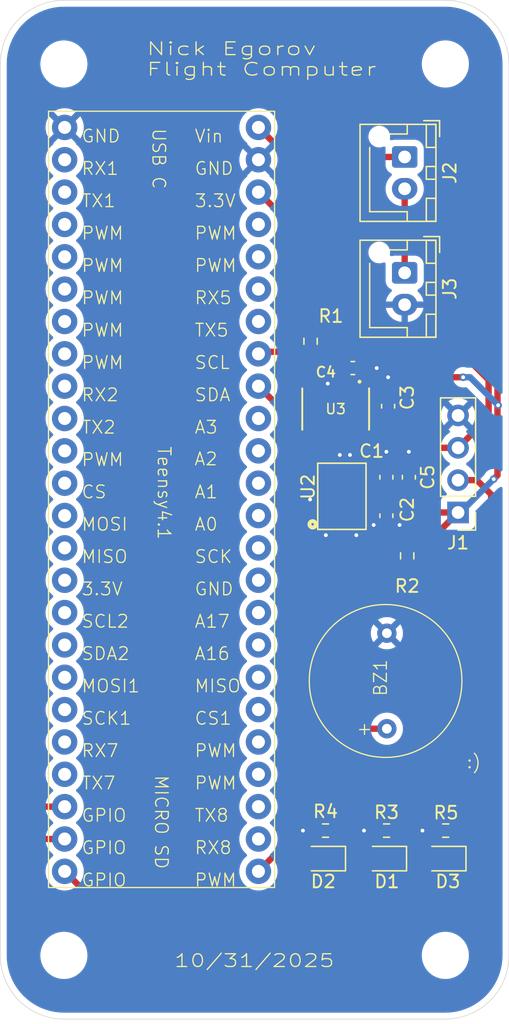
<source format=kicad_pcb>
(kicad_pcb (version 20241229) (generator "pcbnew") (generator_version "9.0")
  (layers (0 "F.Cu" signal) (2 "B.Cu" signal) (13 "F.Paste" user) (15 "B.Paste" user) (5 "F.SilkS" user "F.Silkscreen") (7 "B.SilkS" user "B.Silkscreen") (1 "F.Mask" user) (3 "B.Mask" user) (25 "Edge.Cuts" user))
  (net 0 "")
  (net 1 "GND")
  (net 2 "Net-(BZ1-+)")
  (net 3 "+3.3V")
  (net 4 "Net-(U2-CAP)")
  (net 5 "Net-(U3-CAP)")
  (net 6 "Net-(D1-K)")
  (net 7 "Net-(D1-A)")
  (net 8 "Net-(D2-A)")
  (net 9 "Net-(D2-K)")
  (net 10 "Net-(D3-A)")
  (net 11 "Net-(D3-K)")
  (net 12 "SDA")
  (net 13 "SCL")
  (net 14 "Net-(J2-Pin_2)")
  (net 15 "Net-(J2-Pin_1)")
  (footprint "Capacitor_SMD:C_0603_1608Metric" (layer "F.Cu") (at 127.129581 102.450846 90)
    (property "Reference" "C5" (at 0.000846 1.482919 90) (layer "F.SilkS"))
    (property "Value" "100nF")
    (fp_line (start -0.14058 -0.51) (end 0.14058 -0.51) (stroke (width 0.12)) (layer "F.SilkS"))
    (fp_line (start -0.14058 0.51) (end 0.14058 0.51) (stroke (width 0.12)) (layer "F.SilkS"))
    (pad "1" smd roundrect (at -0.775 0 90) (size 0.9 0.95) (layers "F.Cu" "F.Mask" "F.Paste") (net 3 "+3.3V"))
    (pad "2" smd roundrect (at 0.775 0 90) (size 0.9 0.95) (layers "F.Cu" "F.Mask" "F.Paste") (net 1 "GND"))
  )
  (footprint "Resistor_SMD:R_0603_1608Metric" (layer "F.Cu") (at 130.025 130.2)
    (property "Reference" "R5" (at 0.025 -1.4 0) (layer "F.SilkS"))
    (property "Value" "560")
    (fp_line (start -0.237258 -0.5225) (end 0.237258 -0.5225) (stroke (width 0.12)) (layer "F.SilkS"))
    (fp_line (start -0.237258 0.5225) (end 0.237258 0.5225) (stroke (width 0.12)) (layer "F.SilkS"))
    (pad "1" smd roundrect (at -0.825 0) (size 0.8 0.95) (layers "F.Cu" "F.Mask" "F.Paste") (net 1 "GND"))
    (pad "2" smd roundrect (at 0.825 0) (size 0.8 0.95) (layers "F.Cu" "F.Mask" "F.Paste") (net 11 "Net-(D3-K)"))
  )
  (footprint "LED_SMD:LED_0805_2012Metric" (layer "F.Cu") (at 125.2625 132.4 180)
    (property "Reference" "D1" (at -0.1375 -1.8 0) (layer "F.SilkS"))
    (property "Value" "LED")
    (fp_line (start 1 -0.96) (end -1.685 -0.96) (stroke (width 0.12)) (layer "F.SilkS"))
    (fp_line (start -1.685 0.96) (end 1 0.96) (stroke (width 0.12)) (layer "F.SilkS"))
    (fp_line (start -1.685 -0.96) (end -1.685 0.96) (stroke (width 0.12)) (layer "F.SilkS"))
    (pad "1" smd roundrect (at -0.9375 0 180) (size 0.975 1.4) (layers "F.Cu" "F.Mask" "F.Paste") (net 6 "Net-(D1-K)"))
    (pad "2" smd roundrect (at 0.9375 0 180) (size 0.975 1.4) (layers "F.Cu" "F.Mask" "F.Paste") (net 7 "Net-(D1-A)"))
  )
  (footprint "avionics_footprint:LGA28R50P4X10_380X520X100" (layer "F.Cu") (at 121.8625 103.95 90)
    (property "Reference" "U2" (at 0.75 -2.6625 90) (layer "F.SilkS") (effects (font (size 1.001008 1.001008))))
    (property "Value" "9 Axis sensor")
    (fp_line (start 2.6 -1.9) (end -2.6 -1.9) (stroke (width 0.127)) (layer "F.SilkS"))
    (fp_line (start -2.6 -1.9) (end -2.6 1.9) (stroke (width 0.127)) (layer "F.SilkS"))
    (fp_line (start 2.6 1.9) (end 2.6 -1.9) (stroke (width 0.127)) (layer "F.SilkS"))
    (fp_line (start -2.6 1.9) (end 2.6 1.9) (stroke (width 0.127)) (layer "F.SilkS"))
    (fp_circle (center -2.2 -2.3) (end -2.1 -2.3) (stroke (width 0.3048)) (fill no) (layer "F.SilkS"))
    (pad "1" smd rect (at -2.25 -1.5625 90) (size 0.3 0.525) (layers "F.Cu" "F.Mask" "F.Paste"))
    (pad "2" smd rect (at -2.3125 -0.75 90) (size 0.425 0.3) (layers "F.Cu" "F.Mask" "F.Paste") (net 1 "GND"))
    (pad "3" smd rect (at -2.3125 -0.25 90) (size 0.425 0.3) (layers "F.Cu" "F.Mask" "F.Paste") (net 3 "+3.3V"))
    (pad "4" smd rect (at -2.3125 0.25 90) (size 0.425 0.3) (layers "F.Cu" "F.Mask" "F.Paste") (net 3 "+3.3V"))
    (pad "5" smd rect (at -2.3125 0.75 90) (size 0.425 0.3) (layers "F.Cu" "F.Mask" "F.Paste") (net 1 "GND"))
    (pad "6" smd rect (at -2.25 1.5625 90) (size 0.3 0.525) (layers "F.Cu" "F.Mask" "F.Paste") (net 1 "GND"))
    (pad "7" smd rect (at -1.75 1.5625 90) (size 0.3 0.525) (layers "F.Cu" "F.Mask" "F.Paste"))
    (pad "8" smd rect (at -1.25 1.5625 90) (size 0.3 0.525) (layers "F.Cu" "F.Mask" "F.Paste"))
    (pad "9" smd rect (at -0.75 1.5625 90) (size 0.3 0.525) (layers "F.Cu" "F.Mask" "F.Paste") (net 4 "Net-(U2-CAP)"))
    (pad "10" smd rect (at -0.25 1.5625 90) (size 0.3 0.525) (layers "F.Cu" "F.Mask" "F.Paste"))
    (pad "11" smd rect (at 0.25 1.5625 90) (size 0.3 0.525) (layers "F.Cu" "F.Mask" "F.Paste") (net 3 "+3.3V"))
    (pad "12" smd rect (at 0.75 1.5625 90) (size 0.3 0.525) (layers "F.Cu" "F.Mask" "F.Paste"))
    (pad "13" smd rect (at 1.25 1.5625 90) (size 0.3 0.525) (layers "F.Cu" "F.Mask" "F.Paste"))
    (pad "14" smd rect (at 1.75 1.5625 90) (size 0.3 0.525) (layers "F.Cu" "F.Mask" "F.Paste"))
    (pad "15" smd rect (at 2.25 1.5625 90) (size 0.3 0.525) (layers "F.Cu" "F.Mask" "F.Paste"))
    (pad "16" smd rect (at 2.3125 0.75 90) (size 0.425 0.3) (layers "F.Cu" "F.Mask" "F.Paste"))
    (pad "17" smd rect (at 2.3125 0.25 90) (size 0.425 0.3) (layers "F.Cu" "F.Mask" "F.Paste") (net 1 "GND"))
    (pad "18" smd rect (at 2.3125 -0.25 90) (size 0.425 0.3) (layers "F.Cu" "F.Mask" "F.Paste") (net 1 "GND"))
    (pad "19" smd rect (at 2.3125 -0.75 90) (size 0.425 0.3) (layers "F.Cu" "F.Mask" "F.Paste") (net 13 "SCL"))
    (pad "20" smd rect (at 2.25 -1.5625 90) (size 0.3 0.525) (layers "F.Cu" "F.Mask" "F.Paste") (net 12 "SDA"))
    (pad "21" smd rect (at 1.75 -1.5625 90) (size 0.3 0.525) (layers "F.Cu" "F.Mask" "F.Paste"))
    (pad "22" smd rect (at 1.25 -1.5625 90) (size 0.3 0.525) (layers "F.Cu" "F.Mask" "F.Paste"))
    (pad "23" smd rect (at 0.75 -1.5625 90) (size 0.3 0.525) (layers "F.Cu" "F.Mask" "F.Paste"))
    (pad "24" smd rect (at 0.25 -1.5625 90) (size 0.3 0.525) (layers "F.Cu" "F.Mask" "F.Paste"))
    (pad "25" smd rect (at -0.25 -1.5625 90) (size 0.3 0.525) (layers "F.Cu" "F.Mask" "F.Paste") (net 1 "GND"))
    (pad "26" smd rect (at -0.75 -1.5625 90) (size 0.3 0.525) (layers "F.Cu" "F.Mask" "F.Paste"))
    (pad "27" smd rect (at -1.25 -1.5625 90) (size 0.3 0.525) (layers "F.Cu" "F.Mask" "F.Paste"))
    (pad "28" smd rect (at -1.75 -1.5625 90) (size 0.3 0.525) (layers "F.Cu" "F.Mask" "F.Paste") (net 3 "+3.3V"))
  )
  (footprint "Connector_PinHeader_2.54mm:PinHeader_1x04_P2.54mm_Vertical" (layer "F.Cu") (at 131 105.22 180)
    (property "Reference" "J1" (at 0 -2.38 0) (layer "F.SilkS"))
    (property "Value" "I2C")
    (fp_line (start 1.38 1.27) (end 1.38 9) (stroke (width 0.12)) (layer "F.SilkS"))
    (fp_line (start -1.38 9) (end 1.38 9) (stroke (width 0.12)) (layer "F.SilkS"))
    (fp_line (start -1.38 1.27) (end 1.38 1.27) (stroke (width 0.12)) (layer "F.SilkS"))
    (fp_line (start -1.38 1.27) (end -1.38 9) (stroke (width 0.12)) (layer "F.SilkS"))
    (fp_line (start -1.38 0) (end -1.38 -1.38) (stroke (width 0.12)) (layer "F.SilkS"))
    (fp_line (start -1.38 -1.38) (end 0 -1.38) (stroke (width 0.12)) (layer "F.SilkS"))
    (pad "1" thru_hole rect (at 0 0 180) (size 1.7 1.7) (drill 1) (layers "*.Cu" "*.Mask") (net 3 "+3.3V"))
    (pad "2" thru_hole circle (at 0 2.54 180) (size 1.7 1.7) (drill 1) (layers "*.Cu" "*.Mask") (net 12 "SDA"))
    (pad "3" thru_hole circle (at 0 5.08 180) (size 1.7 1.7) (drill 1) (layers "*.Cu" "*.Mask") (net 13 "SCL"))
    (pad "4" thru_hole circle (at 0 7.62 180) (size 1.7 1.7) (drill 1) (layers "*.Cu" "*.Mask") (net 1 "GND"))
  )
  (footprint "LED_SMD:LED_0805_2012Metric" (layer "F.Cu") (at 120.4625 132.4 180)
    (property "Reference" "D2" (at 0.0625 -1.8 0) (layer "F.SilkS"))
    (property "Value" "LED")
    (fp_line (start 1 -0.96) (end -1.685 -0.96) (stroke (width 0.12)) (layer "F.SilkS"))
    (fp_line (start -1.685 0.96) (end 1 0.96) (stroke (width 0.12)) (layer "F.SilkS"))
    (fp_line (start -1.685 -0.96) (end -1.685 0.96) (stroke (width 0.12)) (layer "F.SilkS"))
    (pad "1" smd roundrect (at -0.9375 0 180) (size 0.975 1.4) (layers "F.Cu" "F.Mask" "F.Paste") (net 9 "Net-(D2-K)"))
    (pad "2" smd roundrect (at 0.9375 0 180) (size 0.975 1.4) (layers "F.Cu" "F.Mask" "F.Paste") (net 8 "Net-(D2-A)"))
  )
  (footprint "LED_SMD:LED_0805_2012Metric" (layer "F.Cu") (at 129.9375 132.4 180)
    (property "Reference" "D3" (at -0.2625 -1.8 0) (layer "F.SilkS"))
    (property "Value" "LED")
    (fp_line (start 1 -0.96) (end -1.685 -0.96) (stroke (width 0.12)) (layer "F.SilkS"))
    (fp_line (start -1.685 0.96) (end 1 0.96) (stroke (width 0.12)) (layer "F.SilkS"))
    (fp_line (start -1.685 -0.96) (end -1.685 0.96) (stroke (width 0.12)) (layer "F.SilkS"))
    (pad "1" smd roundrect (at -0.9375 0 180) (size 0.975 1.4) (layers "F.Cu" "F.Mask" "F.Paste") (net 11 "Net-(D3-K)"))
    (pad "2" smd roundrect (at 0.9375 0 180) (size 0.975 1.4) (layers "F.Cu" "F.Mask" "F.Paste") (net 10 "Net-(D3-A)"))
  )
  (footprint "avionics_footprint:LGA8_FRE" (layer "F.Cu") (at 121.375 97.0967 -90)
    (property "Reference" "U3" (at 0 0 0) (layer "F.SilkS") (effects (font (size 0.8 0.8) (thickness 0.125))))
    (property "Value" "MPL115A2T1")
    (fp_line (start -1.6256 2.6289) (end 1.6256 2.6289) (stroke (width 0.1524)) (layer "F.SilkS"))
    (fp_line (start 1.6256 -2.6289) (end -1.6256 -2.6289) (stroke (width 0.1524)) (layer "F.SilkS"))
    (fp_circle (center -2.149 -1.875) (end -2.0728 -1.875) (stroke (width 0.1524)) (fill no) (layer "F.SilkS"))
    (pad "1" smd rect (at -1.0033 -1.875 270) (size 0.8382 0.5588) (layers "F.Cu" "F.Mask" "F.Paste") (net 3 "+3.3V"))
    (pad "2" smd rect (at -1.0033 -0.625 270) (size 0.8382 0.5588) (layers "F.Cu" "F.Mask" "F.Paste") (net 5 "Net-(U3-CAP)"))
    (pad "3" smd rect (at -1.0033 0.625 270) (size 0.8382 0.5588) (layers "F.Cu" "F.Mask" "F.Paste") (net 1 "GND"))
    (pad "4" smd rect (at -1.0033 1.875 270) (size 0.8382 0.5588) (layers "F.Cu" "F.Mask" "F.Paste"))
    (pad "5" smd rect (at 1.0033 1.875 270) (size 0.8382 0.5588) (layers "F.Cu" "F.Mask" "F.Paste"))
    (pad "6" smd rect (at 1.0033 0.625 270) (size 0.8382 0.5588) (layers "F.Cu" "F.Mask" "F.Paste"))
    (pad "7" smd rect (at 1.0033 -0.625 270) (size 0.8382 0.5588) (layers "F.Cu" "F.Mask" "F.Paste") (net 12 "SDA"))
    (pad "8" smd rect (at 1.0033 -1.875 270) (size 0.8382 0.5588) (layers "F.Cu" "F.Mask" "F.Paste") (net 13 "SCL"))
  )
  (footprint "Resistor_SMD:R_0603_1608Metric" (layer "F.Cu") (at 119.4 91.775 -90)
    (property "Reference" "R1" (at -1.975 -1.6 180) (layer "F.SilkS"))
    (property "Value" "10k")
    (fp_line (start -0.237258 0.5225) (end 0.237258 0.5225) (stroke (width 0.12)) (layer "F.SilkS"))
    (fp_line (start -0.237258 -0.5225) (end 0.237258 -0.5225) (stroke (width 0.12)) (layer "F.SilkS"))
    (pad "1" smd roundrect (at -0.825 0 270) (size 0.8 0.95) (layers "F.Cu" "F.Mask" "F.Paste") (net 3 "+3.3V"))
    (pad "2" smd roundrect (at 0.825 0 270) (size 0.8 0.95) (layers "F.Cu" "F.Mask" "F.Paste") (net 13 "SCL"))
  )
  (footprint "MountingHole:MountingHole_3.2mm_M3" (layer "F.Cu") (at 130 140)
    (property "Reference" "H3" (hide yes))
    (property "Value" "MountingHole")
    (pad "" np_thru_hole circle (at 0 0) (size 3.2 3.2) (drill 3.2) (layers "*.Cu" "*.Mask"))
  )
  (footprint "Connector_JST:JST_XH_B2B-XH-AM_1x02_P2.50mm_Vertical" (layer "F.Cu") (at 126.8 77.3 -90)
    (property "Reference" "J2" (at 1.25 -3.55 90) (layer "F.SilkS"))
    (property "Value" "Conn")
    (fp_line (start -2.56 3.51) (end 5.06 3.51) (stroke (width 0.12)) (layer "F.SilkS"))
    (fp_line (start 5.06 3.51) (end 5.06 -2.46) (stroke (width 0.12)) (layer "F.SilkS"))
    (fp_line (start 1.25 2.75) (end -0.74 2.75) (stroke (width 0.12)) (layer "F.SilkS"))
    (fp_line (start 4.3 2.75) (end 1.25 2.75) (stroke (width 0.12)) (layer "F.SilkS"))
    (fp_line (start -2.55 -0.2) (end -1.8 -0.2) (stroke (width 0.12)) (layer "F.SilkS"))
    (fp_line (start -1.8 -0.2) (end -1.8 1.14) (stroke (width 0.12)) (layer "F.SilkS"))
    (fp_line (start 4.3 -0.2) (end 4.3 2.75) (stroke (width 0.12)) (layer "F.SilkS"))
    (fp_line (start 5.05 -0.2) (end 4.3 -0.2) (stroke (width 0.12)) (layer "F.SilkS"))
    (fp_line (start -2.55 -1.7) (end -0.75 -1.7) (stroke (width 0.12)) (layer "F.SilkS"))
    (fp_line (start -0.75 -1.7) (end -0.75 -2.45) (stroke (width 0.12)) (layer "F.SilkS"))
    (fp_line (start 0.75 -1.7) (end 1.75 -1.7) (stroke (width 0.12)) (layer "F.SilkS"))
    (fp_line (start 1.75 -1.7) (end 1.75 -2.45) (stroke (width 0.12)) (layer "F.SilkS"))
    (fp_line (start 3.25 -1.7) (end 5.05 -1.7) (stroke (width 0.12)) (layer "F.SilkS"))
    (fp_line (start 5.05 -1.7) (end 5.05 -2.45) (stroke (width 0.12)) (layer "F.SilkS"))
    (fp_line (start -2.55 -2.45) (end -2.55 -1.7) (stroke (width 0.12)) (layer "F.SilkS"))
    (fp_line (start -0.75 -2.45) (end -2.55 -2.45) (stroke (width 0.12)) (layer "F.SilkS"))
    (fp_line (start 0.75 -2.45) (end 0.75 -1.7) (stroke (width 0.12)) (layer "F.SilkS"))
    (fp_line (start 1.75 -2.45) (end 0.75 -2.45) (stroke (width 0.12)) (layer "F.SilkS"))
    (fp_line (start 3.25 -2.45) (end 3.25 -1.7) (stroke (width 0.12)) (layer "F.SilkS"))
    (fp_line (start 5.05 -2.45) (end 3.25 -2.45) (stroke (width 0.12)) (layer "F.SilkS"))
    (fp_line (start -2.56 -2.46) (end -2.56 3.51) (stroke (width 0.12)) (layer "F.SilkS"))
    (fp_line (start 5.06 -2.46) (end -2.56 -2.46) (stroke (width 0.12)) (layer "F.SilkS"))
    (fp_line (start -2.85 -2.75) (end -2.85 -1.5) (stroke (width 0.12)) (layer "F.SilkS"))
    (fp_line (start -1.6 -2.75) (end -2.85 -2.75) (stroke (width 0.12)) (layer "F.SilkS"))
    (pad "" np_thru_hole circle (at -1.6 2 270) (size 1.2 1.2) (drill 1.2) (layers "*.Cu" "*.Mask"))
    (pad "1" thru_hole roundrect (at 0 0 270) (size 1.7 2) (drill 1) (layers "*.Cu" "*.Mask") (roundrect_rratio 0.147059) (net 15 "Net-(J2-Pin_1)"))
    (pad "2" thru_hole oval (at 2.5 0 270) (size 1.7 2) (drill 1) (layers "*.Cu" "*.Mask") (net 14 "Net-(J2-Pin_2)"))
  )
  (footprint "Connector_JST:JST_XH_B2B-XH-AM_1x02_P2.50mm_Vertical" (layer "F.Cu") (at 126.8 86.4 -90)
    (property "Reference" "J3" (at 1.25 -3.55 90) (layer "F.SilkS"))
    (property "Value" "Conn")
    (fp_line (start -2.56 3.51) (end 5.06 3.51) (stroke (width 0.12)) (layer "F.SilkS"))
    (fp_line (start 5.06 3.51) (end 5.06 -2.46) (stroke (width 0.12)) (layer "F.SilkS"))
    (fp_line (start 1.25 2.75) (end -0.74 2.75) (stroke (width 0.12)) (layer "F.SilkS"))
    (fp_line (start 4.3 2.75) (end 1.25 2.75) (stroke (width 0.12)) (layer "F.SilkS"))
    (fp_line (start -2.55 -0.2) (end -1.8 -0.2) (stroke (width 0.12)) (layer "F.SilkS"))
    (fp_line (start -1.8 -0.2) (end -1.8 1.14) (stroke (width 0.12)) (layer "F.SilkS"))
    (fp_line (start 4.3 -0.2) (end 4.3 2.75) (stroke (width 0.12)) (layer "F.SilkS"))
    (fp_line (start 5.05 -0.2) (end 4.3 -0.2) (stroke (width 0.12)) (layer "F.SilkS"))
    (fp_line (start -2.55 -1.7) (end -0.75 -1.7) (stroke (width 0.12)) (layer "F.SilkS"))
    (fp_line (start -0.75 -1.7) (end -0.75 -2.45) (stroke (width 0.12)) (layer "F.SilkS"))
    (fp_line (start 0.75 -1.7) (end 1.75 -1.7) (stroke (width 0.12)) (layer "F.SilkS"))
    (fp_line (start 1.75 -1.7) (end 1.75 -2.45) (stroke (width 0.12)) (layer "F.SilkS"))
    (fp_line (start 3.25 -1.7) (end 5.05 -1.7) (stroke (width 0.12)) (layer "F.SilkS"))
    (fp_line (start 5.05 -1.7) (end 5.05 -2.45) (stroke (width 0.12)) (layer "F.SilkS"))
    (fp_line (start -2.55 -2.45) (end -2.55 -1.7) (stroke (width 0.12)) (layer "F.SilkS"))
    (fp_line (start -0.75 -2.45) (end -2.55 -2.45) (stroke (width 0.12)) (layer "F.SilkS"))
    (fp_line (start 0.75 -2.45) (end 0.75 -1.7) (stroke (width 0.12)) (layer "F.SilkS"))
    (fp_line (start 1.75 -2.45) (end 0.75 -2.45) (stroke (width 0.12)) (layer "F.SilkS"))
    (fp_line (start 3.25 -2.45) (end 3.25 -1.7) (stroke (width 0.12)) (layer "F.SilkS"))
    (fp_line (start 5.05 -2.45) (end 3.25 -2.45) (stroke (width 0.12)) (layer "F.SilkS"))
    (fp_line (start -2.56 -2.46) (end -2.56 3.51) (stroke (width 0.12)) (layer "F.SilkS"))
    (fp_line (start 5.06 -2.46) (end -2.56 -2.46) (stroke (width 0.12)) (layer "F.SilkS"))
    (fp_line (start -2.85 -2.75) (end -2.85 -1.5) (stroke (width 0.12)) (layer "F.SilkS"))
    (fp_line (start -1.6 -2.75) (end -2.85 -2.75) (stroke (width 0.12)) (layer "F.SilkS"))
    (pad "" np_thru_hole circle (at -1.6 2 270) (size 1.2 1.2) (drill 1.2) (layers "*.Cu" "*.Mask"))
    (pad "1" thru_hole roundrect (at 0 0 270) (size 1.7 2) (drill 1) (layers "*.Cu" "*.Mask") (roundrect_rratio 0.147059) (net 14 "Net-(J2-Pin_2)"))
    (pad "2" thru_hole oval (at 2.5 0 270) (size 1.7 2) (drill 1) (layers "*.Cu" "*.Mask") (net 1 "GND"))
  )
  (footprint "avionics_footprint:Adafruit_Buzzer" (layer "F.Cu") (at 125.4 118.2 90)
    (property "Reference" "BZ1" (at 0 -0.5 90) (layer "F.SilkS") (effects (font (thickness 0.1))))
    (property "Value" "Buzzer")
    (fp_circle (center -0.25 -0.1) (end 5.75 -0.25) (stroke (width 0.1)) (fill no) (layer "F.SilkS"))
    (fp_text user "+" (at -4.75 -1.25 90) (layer "F.SilkS") (effects (font (thickness 0.1)) (justify left bottom)))
    (pad "1" thru_hole circle (at -4 0 90) (size 1.524 1.524) (drill 0.762) (layers "*.Cu" "*.Mask") (net 2 "Net-(BZ1-+)"))
    (pad "2" thru_hole circle (at 3.5 0 90) (size 1.524 1.524) (drill 0.762) (layers "*.Cu" "*.Mask") (net 1 "GND"))
  )
  (footprint "Capacitor_SMD:C_0603_1608Metric" (layer "F.Cu") (at 125.5 96.875 -90)
    (property "Reference" "C3" (at -0.675 -1.5 90) (layer "F.SilkS"))
    (property "Value" "1uF")
    (fp_line (start -0.14058 0.51) (end 0.14058 0.51) (stroke (width 0.12)) (layer "F.SilkS"))
    (fp_line (start -0.14058 -0.51) (end 0.14058 -0.51) (stroke (width 0.12)) (layer "F.SilkS"))
    (pad "1" smd roundrect (at -0.775 0 270) (size 0.9 0.95) (layers "F.Cu" "F.Mask" "F.Paste") (net 1 "GND"))
    (pad "2" smd roundrect (at 0.775 0 270) (size 0.9 0.95) (layers "F.Cu" "F.Mask" "F.Paste") (net 3 "+3.3V"))
  )
  (footprint "avionics_footprint:teensy" (layer "F.Cu") (at 107.68 104.19)
    (property "Reference" "Teensy4.1" (at 0.2 -0.5 270) (layer "F.SilkS") (effects (font (thickness 0.1))))
    (property "Value" "~")
    (fp_line (start -8.89 -1.27) (end -8.89 -30.48) (stroke (width 0.1)) (layer "F.SilkS"))
    (fp_line (start -8.89 -1.27) (end -8.89 0) (stroke (width 0.1)) (layer "F.SilkS"))
    (fp_line (start -8.89 0) (end -8.89 30.48) (stroke (width 0.1)) (layer "F.SilkS"))
    (fp_line (start -8.89 30.48) (end 8.89 30.48) (stroke (width 0.1)) (layer "F.SilkS"))
    (fp_line (start 8.89 -30.48) (end -8.89 -30.48) (stroke (width 0.1)) (layer "F.SilkS"))
    (fp_line (start 8.89 -30.48) (end 8.89 -2.54) (stroke (width 0.1)) (layer "F.SilkS"))
    (fp_line (start 8.89 30.48) (end 8.89 -2.54) (stroke (width 0.1)) (layer "F.SilkS"))
    (fp_text user "3.3V" (at -6.35 7.62 0) (layer "F.SilkS") (effects (font (thickness 0.1)) (justify left bottom)))
    (fp_text user "PWM" (at 2.54 -20.32 0) (layer "F.SilkS") (effects (font (thickness 0.1)) (justify left bottom)))
    (fp_text user "MISO" (at 2.54 15.24 0) (layer "F.SilkS") (effects (font (thickness 0.1)) (justify left bottom)))
    (fp_text user "PWM" (at 2.54 20.32 0) (layer "F.SilkS") (effects (font (thickness 0.1)) (justify left bottom)))
    (fp_text user "SCK1" (at -6.35 17.78 0) (layer "F.SilkS") (effects (font (thickness 0.1)) (justify left bottom)))
    (fp_text user "PWM" (at 2.54 30.48 0) (layer "F.SilkS") (effects (font (thickness 0.1)) (justify left bottom)))
    (fp_text user "GPIO" (at -6.35 30.48 0) (layer "F.SilkS") (effects (font (thickness 0.1)) (justify left bottom)))
    (fp_text user "USB C" (at -0.8 -29.2 270) (layer "F.SilkS") (effects (font (thickness 0.1)) (justify left bottom)))
    (fp_text user "SDA" (at 2.54 -7.62 0) (layer "F.SilkS") (effects (font (thickness 0.1)) (justify left bottom)))
    (fp_text user "A3" (at 2.54 -5.08 0) (layer "F.SilkS") (effects (font (thickness 0.1)) (justify left bottom)))
    (fp_text user "TX8" (at 2.54 25.4 0) (layer "F.SilkS") (effects (font (thickness 0.1)) (justify left bottom)))
    (fp_text user "GND" (at 2.54 -25.4 0) (layer "F.SilkS") (effects (font (thickness 0.1)) (justify left bottom)))
    (fp_text user "RX7" (at -6.35 20.32 0) (layer "F.SilkS") (effects (font (thickness 0.1)) (justify left bottom)))
    (fp_text user "A0" (at 2.54 2.54 0) (layer "F.SilkS") (effects (font (thickness 0.1)) (justify left bottom)))
    (fp_text user "PWM" (at -6.35 -2.54 0) (layer "F.SilkS") (effects (font (thickness 0.1)) (justify left bottom)))
    (fp_text user "A2" (at 2.52 -2.59 0) (layer "F.SilkS") (effects (font (thickness 0.1)) (justify left bottom)))
    (fp_text user "MISO" (at -6.35 5.08 0) (layer "F.SilkS") (effects (font (thickness 0.1)) (justify left bottom)))
    (fp_text user "SDA2" (at -6.35 12.7 0) (layer "F.SilkS") (effects (font (thickness 0.1)) (justify left bottom)))
    (fp_text user "GPIO" (at -6.35 27.94 0) (layer "F.SilkS") (effects (font (thickness 0.1)) (justify left bottom)))
    (fp_text user "SCL" (at 2.54 -10.16 0) (layer "F.SilkS") (effects (font (thickness 0.1)) (justify left bottom)))
    (fp_text user "TX1" (at -6.35 -22.86 0) (layer "F.SilkS") (effects (font (thickness 0.1)) (justify left bottom)))
    (fp_text user "SCL2" (at -6.35 10.16 0) (layer "F.SilkS") (effects (font (thickness 0.1)) (justify left bottom)))
    (fp_text user "A1" (at 2.54 0 0) (layer "F.SilkS") (effects (font (thickness 0.1)) (justify left bottom)))
    (fp_text user "GND" (at 2.54 7.62 0) (layer "F.SilkS") (effects (font (thickness 0.1)) (justify left bottom)))
    (fp_text user "A16" (at 2.54 12.7 0) (layer "F.SilkS") (effects (font (thickness 0.1)) (justify left bottom)))
    (fp_text user "PWM" (at -6.35 -12.7 0) (layer "F.SilkS") (effects (font (thickness 0.1)) (justify left bottom)))
    (fp_text user "TX2" (at -6.35 -5.08 0) (layer "F.SilkS") (effects (font (thickness 0.1)) (justify left bottom)))
    (fp_text user "MICRO SD" (at -0.6 21.59 270) (layer "F.SilkS") (effects (font (thickness 0.1)) (justify left bottom)))
    (fp_text user "A17" (at 2.54 10.16 0) (layer "F.SilkS") (effects (font (thickness 0.1)) (justify left bottom)))
    (fp_text user "PWM" (at -6.35 -15.24 0) (layer "F.SilkS") (effects (font (thickness 0.1)) (justify left bottom)))
    (fp_text user "TX5" (at 2.54 -12.7 0) (layer "F.SilkS") (effects (font (thickness 0.1)) (justify left bottom)))
    (fp_text user "RX5" (at 2.54 -15.24 0) (layer "F.SilkS") (effects (font (thickness 0.1)) (justify left bottom)))
    (fp_text user "RX2" (at -6.35 -7.62 0) (layer "F.SilkS") (effects (font (thickness 0.1)) (justify left bottom)))
    (fp_text user "CS" (at -6.35 0 0) (layer "F.SilkS") (effects (font (thickness 0.1)) (justify left bottom)))
    (fp_text user "PWM" (at 2.54 22.86 0) (layer "F.SilkS") (effects (font (thickness 0.1)) (justify left bottom)))
    (fp_text user "RX1" (at -6.35 -25.4 0) (layer "F.SilkS") (effects (font (thickness 0.1)) (justify left bottom)))
    (fp_text user "TX7" (at -6.35 22.86 0) (layer "F.SilkS") (effects (font (thickness 0.1)) (justify left bottom)))
    (fp_text user "Vin" (at 2.54 -27.94 0) (layer "F.SilkS") (effects (font (thickness 0.1)) (justify left bottom)))
    (fp_text user "PWM" (at -6.35 -17.78 0) (layer "F.SilkS") (effects (font (thickness 0.1)) (justify left bottom)))
    (fp_text user "3.3V" (at 2.54 -22.86 0) (layer "F.SilkS") (effects (font (thickness 0.1)) (justify left bottom)))
    (fp_text user "RX8" (at 2.54 27.94 0) (layer "F.SilkS") (effects (font (thickness 0.1)) (justify left bottom)))
    (fp_text user "GPIO" (at -6.35 25.4 0) (layer "F.SilkS") (effects (font (thickness 0.1)) (justify left bottom)))
    (fp_text user "PWM" (at -6.35 -20.32 0) (layer "F.SilkS") (effects (font (thickness 0.1)) (justify left bottom)))
    (fp_text user "CS1" (at 2.54 17.78 0) (layer "F.SilkS") (effects (font (thickness 0.1)) (justify left bottom)))
    (fp_text user "SCK" (at 2.54 5.08 0) (layer "F.SilkS") (effects (font (thickness 0.1)) (justify left bottom)))
    (fp_text user "GND" (at -6.35 -27.94 0) (layer "F.SilkS") (effects (font (thickness 0.1)) (justify left bottom)))
    (fp_text user "PWM" (at -6.35 -10.16 0) (layer "F.SilkS") (effects (font (thickness 0.1)) (justify left bottom)))
    (fp_text user "MOSI" (at -6.35 2.54 0) (layer "F.SilkS") (effects (font (thickness 0.1)) (justify left bottom)))
    (fp_text user "MOSI1" (at -6.35 15.24 0) (layer "F.SilkS") (effects (font (thickness 0.1)) (justify left bottom)))
    (fp_text user "PWM" (at 2.54 -17.78 0) (layer "F.SilkS") (effects (font (thickness 0.1)) (justify left bottom)))
    (pad "0" thru_hole circle (at -7.62 -26.67) (size 2 2) (drill 1.02) (layers "*.Cu" "*.Mask"))
    (pad "1" thru_hole circle (at -7.62 -24.13) (size 2 2) (drill 1.02) (layers "*.Cu" "*.Mask"))
    (pad "2" thru_hole circle (at -7.62 -21.59) (size 2 2) (drill 1.02) (layers "*.Cu" "*.Mask"))
    (pad "3" thru_hole circle (at -7.62 -19.05) (size 2 2) (drill 1.02) (layers "*.Cu" "*.Mask"))
    (pad "3V" thru_hole circle (at -7.62 6.35) (size 2 2) (drill 1.02) (layers "*.Cu" "*.Mask"))
    (pad "3V1" thru_hole circle (at 7.62 -24.13) (size 2 2) (drill 1.02) (layers "*.Cu" "*.Mask") (net 3 "+3.3V"))
    (pad "4" thru_hole circle (at -7.62 -16.51) (size 2 2) (drill 1.02) (layers "*.Cu" "*.Mask"))
    (pad "5" thru_hole circle (at -7.62 -13.97) (size 2 2) (drill 1.02) (layers "*.Cu" "*.Mask"))
    (pad "5V" thru_hole circle (at 7.62 -29.21) (size 2 2) (drill 1.02) (layers "*.Cu" "*.Mask") (net 15 "Net-(J2-Pin_1)"))
    (pad "6" thru_hole circle (at -7.62 -11.43) (size 2 2) (drill 1.02) (layers "*.Cu" "*.Mask"))
    (pad "7" thru_hole circle (at -7.62 -8.89) (size 2 2) (drill 1.02) (layers "*.Cu" "*.Mask"))
    (pad "8" thru_hole circle (at -7.62 -6.35) (size 2 2) (drill 1.02) (layers "*.Cu" "*.Mask"))
    (pad "9" thru_hole circle (at -7.62 -3.81) (size 2 2) (drill 1.02) (layers "*.Cu" "*.Mask"))
    (pad "10" thru_hole circle (at -7.62 -1.27) (size 2 2) (drill 1.02) (layers "*.Cu" "*.Mask"))
    (pad "11" thru_hole circle (at -7.62 1.27) (size 2 2) (drill 1.02) (layers "*.Cu" "*.Mask"))
    (pad "12" thru_hole circle (at -7.62 3.81) (size 2 2) (drill 1.02) (layers "*.Cu" "*.Mask"))
    (pad "13" thru_hole circle (at 7.62 3.81) (size 2 2) (drill 1.02) (layers "*.Cu" "*.Mask"))
    (pad "14" thru_hole circle (at 7.62 1.27) (size 2 2) (drill 1.02) (layers "*.Cu" "*.Mask"))
    (pad "15" thru_hole circle (at 7.62 -1.27) (size 2 2) (drill 1.02) (layers "*.Cu" "*.Mask"))
    (pad "16" thru_hole circle (at 7.62 -3.81) (size 2 2) (drill 1.02) (layers "*.Cu" "*.Mask"))
    (pad "17" thru_hole circle (at 7.62 -6.35) (size 2 2) (drill 1.02) (layers "*.Cu" "*.Mask"))
    (pad "18" thru_hole circle (at 7.62 -8.89) (size 2 2) (drill 1.02) (layers "*.Cu" "*.Mask") (net 12 "SDA"))
    (pad "19" thru_hole circle (at 7.62 -11.43) (size 2 2) (drill 1.02) (layers "*.Cu" "*.Mask") (net 13 "SCL"))
    (pad "20" thru_hole circle (at 7.62 -13.97) (size 2 2) (drill 1.02) (layers "*.Cu" "*.Mask"))
    (pad "21" thru_hole circle (at 7.62 -16.51) (size 2 2) (drill 1.02) (layers "*.Cu" "*.Mask"))
    (pad "22" thru_hole circle (at 7.62 -19.05) (size 2 2) (drill 1.02) (layers "*.Cu" "*.Mask"))
    (pad "23" thru_hole circle (at 7.62 -21.59) (size 2 2) (drill 1.02) (layers "*.Cu" "*.Mask"))
    (pad "24" thru_hole circle (at -7.62 8.89) (size 2 2) (drill 1.02) (layers "*.Cu" "*.Mask"))
    (pad "25" thru_hole circle (at -7.62 11.43) (size 2 2) (drill 1.02) (layers "*.Cu" "*.Mask"))
    (pad "26" thru_hole circle (at -7.62 13.97) (size 2 2) (drill 1.02) (layers "*.Cu" "*.Mask"))
    (pad "27" thru_hole circle (at -7.62 16.51) (size 2 2) (drill 1.02) (layers "*.Cu" "*.Mask"))
    (pad "28" thru_hole circle (at -7.62 19.05) (size 2 2) (drill 1.02) (layers "*.Cu" "*.Mask"))
    (pad "29" thru_hole circle (at -7.62 21.59) (size 2 2) (drill 1.02) (layers "*.Cu" "*.Mask"))
    (pad "30" thru_hole circle (at -7.62 24.13) (size 2 2) (drill 1.02) (layers "*.Cu" "*.Mask") (net 10 "Net-(D3-A)"))
    (pad "31" thru_hole circle (at -7.62 26.67) (size 2 2) (drill 1.02) (layers "*.Cu" "*.Mask") (net 7 "Net-(D1-A)"))
    (pad "32" thru_hole circle (at -7.62 29.21) (size 2 2) (drill 1.02) (layers "*.Cu" "*.Mask") (net 8 "Net-(D2-A)"))
    (pad "33" thru_hole circle (at 7.62 29.21) (size 2 2) (drill 1.02) (layers "*.Cu" "*.Mask") (net 2 "Net-(BZ1-+)"))
    (pad "34" thru_hole circle (at 7.62 26.67) (size 2 2) (drill 1.02) (layers "*.Cu" "*.Mask"))
    (pad "35" thru_hole circle (at 7.62 24.13) (size 2 2) (drill 1.02) (layers "*.Cu" "*.Mask"))
    (pad "36" thru_hole circle (at 7.62 21.59) (size 2 2) (drill 1.02) (layers "*.Cu" "*.Mask"))
    (pad "37" thru_hole circle (at 7.62 19.05) (size 2 2) (drill 1.02) (layers "*.Cu" "*.Mask"))
    (pad "38" thru_hole circle (at 7.62 16.51) (size 2 2) (drill 1.02) (layers "*.Cu" "*.Mask"))
    (pad "39" thru_hole circle (at 7.62 13.97) (size 2 2) (drill 1.02) (layers "*.Cu" "*.Mask"))
    (pad "40" thru_hole circle (at 7.62 11.43) (size 2 2) (drill 1.02) (layers "*.Cu" "*.Mask"))
    (pad "41" thru_hole circle (at 7.62 8.89) (size 2 2) (drill 1.02) (layers "*.Cu" "*.Mask"))
    (pad "G" thru_hole circle (at -7.62 -29.21) (size 2 2) (drill 1.02) (layers "*.Cu" "*.Mask") (net 1 "GND"))
    (pad "G1" thru_hole circle (at 7.62 -26.67) (size 2 2) (drill 1.02) (layers "*.Cu" "*.Mask") (net 1 "GND"))
    (pad "G2" thru_hole circle (at 7.62 6.35) (size 2 2) (drill 1.02) (layers "*.Cu" "*.Mask"))
  )
  (footprint "Resistor_SMD:R_0603_1608Metric" (layer "F.Cu") (at 127 108.625 -90)
    (property "Reference" "R2" (at 2.375 0 180) (layer "F.SilkS"))
    (property "Value" "10k")
    (fp_line (start -0.237258 0.5225) (end 0.237258 0.5225) (stroke (width 0.12)) (layer "F.SilkS"))
    (fp_line (start -0.237258 -0.5225) (end 0.237258 -0.5225) (stroke (width 0.12)) (layer "F.SilkS"))
    (pad "1" smd roundrect (at -0.825 0 270) (size 0.8 0.95) (layers "F.Cu" "F.Mask" "F.Paste") (net 3 "+3.3V"))
    (pad "2" smd roundrect (at 0.825 0 270) (size 0.8 0.95) (layers "F.Cu" "F.Mask" "F.Paste") (net 12 "SDA"))
  )
  (footprint "Resistor_SMD:R_0603_1608Metric" (layer "F.Cu") (at 125.375 130.2)
    (property "Reference" "R3" (at 0 -1.43 0) (layer "F.SilkS"))
    (property "Value" "560")
    (fp_line (start -0.237258 -0.5225) (end 0.237258 -0.5225) (stroke (width 0.12)) (layer "F.SilkS"))
    (fp_line (start -0.237258 0.5225) (end 0.237258 0.5225) (stroke (width 0.12)) (layer "F.SilkS"))
    (pad "1" smd roundrect (at -0.825 0) (size 0.8 0.95) (layers "F.Cu" "F.Mask" "F.Paste") (net 1 "GND"))
    (pad "2" smd roundrect (at 0.825 0) (size 0.8 0.95) (layers "F.Cu" "F.Mask" "F.Paste") (net 6 "Net-(D1-K)"))
  )
  (footprint "MountingHole:MountingHole_3.2mm_M3" (layer "F.Cu") (at 100 70)
    (property "Reference" "H4" (hide yes))
    (property "Value" "MountingHole")
    (pad "" np_thru_hole circle (at 0 0) (size 3.2 3.2) (drill 3.2) (layers "*.Cu" "*.Mask"))
  )
  (footprint "MountingHole:MountingHole_3.2mm_M3" (layer "F.Cu") (at 130 70)
    (property "Reference" "H2" (hide yes))
    (property "Value" "MountingHole")
    (pad "" np_thru_hole circle (at 0 0) (size 3.2 3.2) (drill 3.2) (layers "*.Cu" "*.Mask"))
  )
  (footprint "Capacitor_SMD:C_0603_1608Metric" (layer "F.Cu") (at 125.3625 105.475 -90)
    (property "Reference" "C2" (at -0.475 -1.6375 90) (layer "F.SilkS"))
    (property "Value" "1uF")
    (fp_line (start -0.14058 0.51) (end 0.14058 0.51) (stroke (width 0.12)) (layer "F.SilkS"))
    (fp_line (start -0.14058 -0.51) (end 0.14058 -0.51) (stroke (width 0.12)) (layer "F.SilkS"))
    (pad "1" smd roundrect (at -0.775 0 270) (size 0.9 0.95) (layers "F.Cu" "F.Mask" "F.Paste") (net 4 "Net-(U2-CAP)"))
    (pad "2" smd roundrect (at 0.775 0 270) (size 0.9 0.95) (layers "F.Cu" "F.Mask" "F.Paste") (net 1 "GND"))
  )
  (footprint "MountingHole:MountingHole_3.2mm_M3" (layer "F.Cu") (at 100 140)
    (property "Reference" "H1" (hide yes))
    (property "Value" "MountingHole")
    (pad "" np_thru_hole circle (at 0 0) (size 3.2 3.2) (drill 3.2) (layers "*.Cu" "*.Mask"))
  )
  (footprint "Resistor_SMD:R_0603_1608Metric" (layer "F.Cu") (at 120.575 130.2)
    (property "Reference" "R4" (at 0 -1.5 0) (layer "F.SilkS"))
    (property "Value" "560")
    (fp_line (start -0.237258 -0.5225) (end 0.237258 -0.5225) (stroke (width 0.12)) (layer "F.SilkS"))
    (fp_line (start -0.237258 0.5225) (end 0.237258 0.5225) (stroke (width 0.12)) (layer "F.SilkS"))
    (pad "1" smd roundrect (at -0.825 0) (size 0.8 0.95) (layers "F.Cu" "F.Mask" "F.Paste") (net 1 "GND"))
    (pad "2" smd roundrect (at 0.825 0) (size 0.8 0.95) (layers "F.Cu" "F.Mask" "F.Paste") (net 9 "Net-(D2-K)"))
  )
  (footprint "Capacitor_SMD:C_0603_1608Metric" (layer "F.Cu") (at 125.3625 102.45 -90)
    (property "Reference" "C1" (at -2.05 1.1625 180) (layer "F.SilkS"))
    (property "Value" "100nF")
    (fp_line (start -0.14058 0.51) (end 0.14058 0.51) (stroke (width 0.12)) (layer "F.SilkS"))
    (fp_line (start -0.14058 -0.51) (end 0.14058 -0.51) (stroke (width 0.12)) (layer "F.SilkS"))
    (pad "1" smd roundrect (at -0.775 0 270) (size 0.9 0.95) (layers "F.Cu" "F.Mask" "F.Paste") (net 1 "GND"))
    (pad "2" smd roundrect (at 0.775 0 270) (size 0.9 0.95) (layers "F.Cu" "F.Mask" "F.Paste") (net 3 "+3.3V"))
  )
  (footprint "Capacitor_SMD:C_0603_1608Metric" (layer "F.Cu") (at 122.725 93.8783 180)
    (property "Reference" "C4" (at 2.125 -0.3217 0) (layer "F.SilkS") (effects (font (size 0.8 0.8))))
    (property "Value" "1uF")
    (fp_line (start -0.14058 0.51) (end 0.14058 0.51) (stroke (width 0.12)) (layer "F.SilkS"))
    (fp_line (start -0.14058 -0.51) (end 0.14058 -0.51) (stroke (width 0.12)) (layer "F.SilkS"))
    (pad "1" smd roundrect (at -0.775 0 180) (size 0.9 0.95) (layers "F.Cu" "F.Mask" "F.Paste") (net 1 "GND"))
    (pad "2" smd roundrect (at 0.775 0 180) (size 0.9 0.95) (layers "F.Cu" "F.Mask" "F.Paste") (net 5 "Net-(U3-CAP)"))
  )
  (gr_arc (start 130 65) (mid 133.535534 66.464466) (end 135 70) (stroke (width 0.05)) (layer "Edge.Cuts"))
  (gr_line (start 100 65) (end 130 65) (stroke (width 0.05)) (layer "Edge.Cuts"))
  (gr_line (start 95 140) (end 95 70) (stroke (width 0.05)) (layer "Edge.Cuts"))
  (gr_arc (start 100 145) (mid 96.464466 143.535534) (end 95 140) (stroke (width 0.05)) (layer "Edge.Cuts"))
  (gr_line (start 135 70) (end 135 140) (stroke (width 0.05)) (layer "Edge.Cuts"))
  (gr_line (start 130 145) (end 100 145) (stroke (width 0.05)) (layer "Edge.Cuts"))
  (gr_arc (start 95 70) (mid 96.464466 66.464466) (end 100 65) (stroke (width 0.05)) (layer "Edge.Cuts"))
  (gr_arc (start 135 140) (mid 133.535534 143.535534) (end 130 145) (stroke (width 0.05)) (layer "Edge.Cuts"))
  (gr_text "10/31/2025" (at 108.6 141 0) (layer "F.SilkS") (effects (font (size 1 1.3) (thickness 0.1)) (justify left bottom)))
  (gr_text ":)" (at 131.6 125.4 0) (layer "F.SilkS") (effects (font (size 1 1) (thickness 0.1)) (justify left bottom)))
  (gr_text "Nick Egorov \nFlight Computer" (at 106.4 71 0) (layer "F.SilkS") (effects (font (size 1 1.5) (thickness 0.1)) (justify left bottom)))
  (segment (start 122.6125 106.6125) (end 123 107) (width 0.3) (layer "F.Cu") (net 1))
  (segment (start 125.3625 101.675) (end 125.3625 100.45) (width 0.5) (layer "F.Cu") (net 1))
  (segment (start 122.1125 101.6375) (end 122.1125 101.0875) (width 0.3) (layer "F.Cu") (net 1))
  (segment (start 126.35 106.25) (end 126.4 106.2) (width 0.5) (layer "F.Cu") (net 1))
  (segment (start 125.5 96.1) (end 125.5 94.6) (width 0.5) (layer "F.Cu") (net 1))
  (segment (start 121.1125 106.4875) (end 120.6 107) (width 0.3) (layer "F.Cu") (net 1))
  (segment (start 119.75 130.2) (end 118.8 130.2) (width 0.5) (layer "F.Cu") (net 1))
  (segment (start 123.425 106.2) (end 124.3625 106.2) (width 0.3) (layer "F.Cu") (net 1))
  (segment (start 120.75 96.0934) (end 120.75 95.1) (width 0.5) (layer "F.Cu") (net 1))
  (segment (start 121.6125 101.6375) (end 121.6125 100.7875) (width 0.3) (layer "F.Cu") (net 1))
  (segment (start 125.3625 106.25) (end 126.35 106.25) (width 0.5) (layer "F.Cu") (net 1))
  (segment (start 124.6 93.8783) (end 123.5 93.8783) (width 0.5) (layer "F.Cu") (net 1))
  (segment (start 122.1125 101.0875) (end 122.5 100.7) (width 0.3) (layer "F.Cu") (net 1))
  (segment (start 121.1125 106.2625) (end 121.1125 106.4875) (width 0.3) (layer "F.Cu") (net 1))
  (segment (start 120.3 104.2) (end 119.3625 104.2) (width 0.3) (layer "F.Cu") (net 1))
  (segment (start 128.2 130.2) (end 129.2 130.2) (width 0.5) (layer "F.Cu") (net 1))
  (segment (start 123.6 130.2) (end 124.55 130.2) (width 0.5) (layer "F.Cu") (net 1))
  (segment (start 121.6125 100.7875) (end 121.7 100.7) (width 0.3) (layer "F.Cu") (net 1))
  (segment (start 127.129581 101.675846) (end 127.129581 100.450846) (width 0.5) (layer "F.Cu") (net 1))
  (segment (start 122.6125 106.2625) (end 122.6125 106.6125) (width 0.3) (layer "F.Cu") (net 1))
  (via (at 119.3625 104.2) (size 0.6) (drill 0.3) (layers "F.Cu" "B.Cu") (net 1))
  (via (at 123.6 130.2) (size 0.6) (drill 0.3) (layers "F.Cu" "B.Cu") (net 1))
  (via (at 124.6 93.8783) (size 0.6) (drill 0.3) (layers "F.Cu" "B.Cu") (net 1))
  (via (at 128.2 130.2) (size 0.6) (drill 0.3) (layers "F.Cu" "B.Cu") (net 1))
  (via (at 121.7 100.7) (size 0.6) (drill 0.3) (layers "F.Cu" "B.Cu") (net 1))
  (via (at 120.75 95.1) (size 0.6) (drill 0.3) (layers "F.Cu" "B.Cu") (net 1))
  (via (at 127.129581 100.450846) (size 0.6) (drill 0.3) (layers "F.Cu" "B.Cu") (net 1))
  (via (at 118.8 130.2) (size 0.6) (drill 0.3) (layers "F.Cu" "B.Cu") (net 1))
  (via (at 125.5 94.6) (size 0.6) (drill 0.3) (layers "F.Cu" "B.Cu") (net 1))
  (via (at 124.3625 106.2) (size 0.6) (drill 0.3) (layers "F.Cu" "B.Cu") (net 1))
  (via (at 123 107) (size 0.6) (drill 0.3) (layers "F.Cu" "B.Cu") (net 1))
  (via (at 122.5 100.7) (size 0.6) (drill 0.3) (layers "F.Cu" "B.Cu") (net 1))
  (via (at 125.3625 100.45) (size 0.6) (drill 0.3) (layers "F.Cu" "B.Cu") (net 1))
  (via (at 120.6 107) (size 0.6) (drill 0.3) (layers "F.Cu" "B.Cu") (net 1))
  (via (at 126.4 106.2) (size 0.6) (drill 0.3) (layers "F.Cu" "B.Cu") (net 1))
  (segment (start 120 122.2) (end 125.4 122.2) (width 0.5) (layer "F.Cu") (net 2))
  (segment (start 115.3 133.4) (end 117.1 131.6) (width 0.5) (layer "F.Cu") (net 2))
  (segment (start 117.2 131.6) (end 117.2 125) (width 0.5) (layer "F.Cu") (net 2))
  (segment (start 117.1 131.6) (end 117.2 131.6) (width 0.5) (layer "F.Cu") (net 2))
  (segment (start 117.2 125) (end 120 122.2) (width 0.5) (layer "F.Cu") (net 2))
  (segment (start 120.2 108) (end 123 108) (width 0.3) (layer "F.Cu") (net 3))
  (segment (start 119.5 105.7) (end 119 106.2) (width 0.3) (layer "F.Cu") (net 3))
  (segment (start 129.42 105.22) (end 131 105.22) (width 0.5) (layer "F.Cu") (net 3))
  (segment (start 121.6125 106.2625) (end 121.6125 106.6125) (width 0.3) (layer "F.Cu") (net 3))
  (segment (start 127.425846 103.225846) (end 129.42 105.22) (width 0.5) (layer "F.Cu") (net 3))
  (segment (start 121.6125 106.6125) (end 123 108) (width 0.3) (layer "F.Cu") (net 3))
  (segment (start 128 97) (end 130.4 94.6) (width 0.5) (layer "F.Cu") (net 3))
  (segment (start 120.3 105.7) (end 119.5 105.7) (width 0.3) (layer "F.Cu") (net 3))
  (segment (start 130.4 94.6) (end 131.4 94.6) (width 0.5) (layer "F.Cu") (net 3))
  (segment (start 134.101 102.299) (end 133.8 102.6) (width 0.5) (layer "F.Cu") (net 3))
  (segment (start 122.2 91.8) (end 131.4 91.8) (width 0.5) (layer "F.Cu") (net 3))
  (segment (start 125.5 97.65) (end 127.35 97.65) (width 0.5) (layer "F.Cu") (net 3))
  (segment (start 127.129581 103.225846) (end 127.425846 103.225846) (width 0.5) (layer "F.Cu") (net 3))
  (segment (start 119.4 90.95) (end 121.35 90.95) (width 0.5) (layer "F.Cu") (net 3))
  (segment (start 119 106.8) (end 120.2 108) (width 0.3) (layer "F.Cu") (net 3))
  (segment (start 123 108) (end 125.8 108) (width 0.3) (layer "F.Cu") (net 3))
  (segment (start 131.4 91.8) (end 134.101 94.501) (width 0.5) (layer "F.Cu") (net 3))
  (segment (start 119 106.2) (end 119 106.8) (width 0.3) (layer "F.Cu") (net 3))
  (segment (start 122.1125 107.1125) (end 123 108) (width 0.3) (layer "F.Cu") (net 3))
  (segment (start 127 107.8) (end 128.42 107.8) (width 0.5) (layer "F.Cu") (net 3))
  (segment (start 115.3 80.06) (end 119.4 84.16) (width 0.5) (layer "F.Cu") (net 3))
  (segment (start 134.101 94.501) (end 134.101 102.299) (width 0.5) (layer "F.Cu") (net 3))
  (segment (start 123.425 103.7) (end 124.8875 103.7) (width 0.3) (layer "F.Cu") (net 3))
  (segment (start 119.4 84.16) (end 119.4 90.95) (width 0.5) (layer "F.Cu") (net 3))
  (segment (start 123.9434 96.0934) (end 125.5 97.65) (width 0.5) (layer "F.Cu") (net 3))
  (segment (start 127.129581 103.225846) (end 125.363346 103.225846) (width 0.5) (layer "F.Cu") (net 3))
  (segment (start 123.25 96.0934) (end 123.9434 96.0934) (width 0.5) (layer "F.Cu") (net 3))
  (segment (start 125.363346 103.225846) (end 125.3625 103.225) (width 0.5) (layer "F.Cu") (net 3))
  (segment (start 125.8 108) (end 126 107.8) (width 0.3) (layer "F.Cu") (net 3))
  (segment (start 127.35 97.65) (end 128 97) (width 0.5) (layer "F.Cu") (net 3))
  (segment (start 128.42 107.8) (end 131 105.22) (width 0.5) (layer "F.Cu") (net 3))
  (segment (start 121.35 90.95) (end 122.2 91.8) (width 0.5) (layer "F.Cu") (net 3))
  (segment (start 124.8875 103.7) (end 125.3625 103.225) (width 0.3) (layer "F.Cu") (net 3))
  (segment (start 122.1125 106.2625) (end 122.1125 107.1125) (width 0.3) (layer "F.Cu") (net 3))
  (segment (start 126 107.8) (end 127 107.8) (width 0.3) (layer "F.Cu") (net 3))
  (via (at 131.4 94.6) (size 0.6) (drill 0.3) (layers "F.Cu" "B.Cu") (net 3))
  (via (at 133.8 102.6) (size 0.6) (drill 0.3) (layers "F.Cu" "B.Cu") (net 3))
  (via (at 134.15 96.8) (size 0.6) (drill 0.3) (layers "F.Cu" "B.Cu") (net 3))
  (segment (start 133.8 102.6) (end 131.18 105.22) (width 0.5) (layer "B.Cu") (net 3))
  (segment (start 131.18 105.22) (end 131 105.22) (width 0.5) (layer "B.Cu") (net 3))
  (segment (start 131.4 94.6) (end 131.95 94.6) (width 0.5) (layer "B.Cu") (net 3))
  (segment (start 131.95 94.6) (end 134.15 96.8) (width 0.5) (layer "B.Cu") (net 3))
  (segment (start 123.425 104.7) (end 125.3625 104.7) (width 0.3) (layer "F.Cu") (net 4))
  (segment (start 121.95 96.0434) (end 122 96.0934) (width 0.5) (layer "F.Cu") (net 5))
  (segment (start 122 96.0934) (end 122 93.9283) (width 0.5) (layer "F.Cu") (net 5))
  (segment (start 122 93.9283) (end 121.95 93.8783) (width 0.5) (layer "F.Cu") (net 5))
  (segment (start 126.2 132.4) (end 126.2 130.2) (width 0.5) (layer "F.Cu") (net 6))
  (segment (start 97.7 134.5) (end 99.3 136.1) (width 0.5) (layer "F.Cu") (net 7))
  (segment (start 99.3 136.1) (end 120.625 136.1) (width 0.5) (layer "F.Cu") (net 7))
  (segment (start 100.06 130.86) (end 98.34 130.86) (width 0.5) (layer "F.Cu") (net 7))
  (segment (start 98.34 130.86) (end 97.7 131.5) (width 0.5) (layer "F.Cu") (net 7))
  (segment (start 97.7 131.5) (end 97.7 134.5) (width 0.5) (layer "F.Cu") (net 7))
  (segment (start 120.625 136.1) (end 124.325 132.4) (width 0.5) (layer "F.Cu") (net 7))
  (segment (start 100.06 133.4) (end 101.96 135.3) (width 0.5) (layer "F.Cu") (net 8))
  (segment (start 101.96 135.3) (end 116.625 135.3) (width 0.5) (layer "F.Cu") (net 8))
  (segment (start 116.625 135.3) (end 119.525 132.4) (width 0.5) (layer "F.Cu") (net 8))
  (segment (start 121.225 132.225) (end 121.4 132.4) (width 0.5) (layer "F.Cu") (net 9))
  (segment (start 121.4 130.2) (end 121.4 132.4) (width 0.5) (layer "F.Cu") (net 9))
  (segment (start 129 134.9375) (end 129 132.4) (width 0.5) (layer "F.Cu") (net 10))
  (segment (start 100.06 128.32) (end 98.48 128.32) (width 0.5) (layer "F.Cu") (net 10))
  (segment (start 98.48 128.32) (end 96.6 130.2) (width 0.5) (layer "F.Cu") (net 10))
  (segment (start 126.9375 137) (end 129 134.9375) (width 0.5) (layer "F.Cu") (net 10))
  (segment (start 96.6 130.2) (end 96.6 134.8) (width 0.5) (layer "F.Cu") (net 10))
  (segment (start 96.6 134.8) (end 98.8 137) (width 0.5) (layer "F.Cu") (net 10))
  (segment (start 98.8 137) (end 126.9375 137) (width 0.5) (layer "F.Cu") (net 10))
  (segment (start 130.85 132.375) (end 130.875 132.4) (width 0.5) (layer "F.Cu") (net 11))
  (segment (start 130.85 130.2) (end 130.85 132.375) (width 0.5) (layer "F.Cu") (net 11))
  (segment (start 133.6 103.8) (end 132.48 102.68) (width 0.5) (layer "F.Cu") (net 12))
  (segment (start 117.9 102.9) (end 117.9 106.9) (width 0.5) (layer "F.Cu") (net 12))
  (segment (start 119.5 99.7) (end 117.9 101.3) (width 0.5) (layer "F.Cu") (net 12))
  (segment (start 117.9 97.9) (end 117.9 101.3) (width 0.5) (layer "F.Cu") (net 12))
  (segment (start 119.1 101.7) (end 117.9 102.9) (width 0.3) (layer "F.Cu") (net 12))
  (segment (start 133.6 108.6) (end 133.6 103.8) (width 0.5) (layer "F.Cu") (net 12))
  (segment (start 117.9 106.9) (end 120.45 109.45) (width 0.5) (layer "F.Cu") (net 12))
  (segment (start 122 98.400425) (end 120.700425 99.7) (width 0.5) (layer "F.Cu") (net 12))
  (segment (start 120.45 109.45) (end 127 109.45) (width 0.5) (layer "F.Cu") (net 12))
  (segment (start 127 109.45) (end 132.75 109.45) (width 0.5) (layer "F.Cu") (net 12))
  (segment (start 117.9 101.3) (end 117.9 102.9) (width 0.5) (layer "F.Cu") (net 12))
  (segment (start 120.700425 99.7) (end 119.5 99.7) (width 0.5) (layer "F.Cu") (net 12))
  (segment (start 132.48 102.68) (end 131 102.68) (width 0.5) (layer "F.Cu") (net 12))
  (segment (start 115.3 95.3) (end 117.9 97.9) (width 0.5) (layer "F.Cu") (net 12))
  (segment (start 132.75 109.45) (end 133.6 108.6) (width 0.5) (layer "F.Cu") (net 12))
  (segment (start 122 98.1) (end 122 98.400425) (width 0.5) (layer "F.Cu") (net 12))
  (segment (start 120.3 101.7) (end 119.1 101.7) (width 0.3) (layer "F.Cu") (net 12))
  (segment (start 125.25 99.5) (end 128.7 99.5) (width 0.5) (layer "F.Cu") (net 13))
  (segment (start 133.4 94.8) (end 131.2 92.6) (width 0.5) (layer "F.Cu") (net 13))
  (segment (start 115.46 92.6) (end 115.3 92.76) (width 0.5) (layer "F.Cu") (net 13))
  (segment (start 128.7 99.5) (end 129.34 100.14) (width 0.5) (layer "F.Cu") (net 13))
  (segment (start 121.925367 99.325) (end 125.075 99.325) (width 0.3) (layer "F.Cu") (net 13))
  (segment (start 121.1125 101.6375) (end 121.1125 100.137867) (width 0.3) (layer "F.Cu") (net 13))
  (segment (start 131 100.14) (end 133.4 97.74) (width 0.5) (layer "F.Cu") (net 13))
  (segment (start 123.85 98.1) (end 125.25 99.5) (width 0.5) (layer "F.Cu") (net 13))
  (segment (start 119.4 92.6) (end 115.46 92.6) (width 0.5) (layer "F.Cu") (net 13))
  (segment (start 129.34 100.14) (end 131 100.14) (width 0.5) (layer "F.Cu") (net 13))
  (segment (start 123.25 98.1) (end 123.85 98.1) (width 0.5) (layer "F.Cu") (net 13))
  (segment (start 133.4 97.74) (end 133.4 94.8) (width 0.5) (layer "F.Cu") (net 13))
  (segment (start 121.1125 100.137867) (end 121.925367 99.325) (width 0.3) (layer "F.Cu") (net 13))
  (segment (start 131.2 92.6) (end 119.4 92.6) (width 0.5) (layer "F.Cu") (net 13))
  (segment (start 125.075 99.325) (end 125.25 99.5) (width 0.3) (layer "F.Cu") (net 13))
  (segment (start 126.8 79.8) (end 126.8 86.4) (width 0.5) (layer "F.Cu") (net 14))
  (segment (start 115.3 74.98) (end 117.62 77.3) (width 0.5) (layer "F.Cu") (net 15))
  (segment (start 117.62 77.3) (end 126.8 77.3) (width 0.5) (layer "F.Cu") (net 15))
  (zone (net 1) (net_name "GND") (layer "B.Cu") (connect_pads (clearance 0.5)) (min_thickness 0.25) (fill yes (thermal_gap 0.5) (thermal_bridge_width 0.5))
    (polygon (pts (xy 95 65) (xy 135 65) (xy 135 145.4) (xy 95 145.4)))
  )
)
</source>
